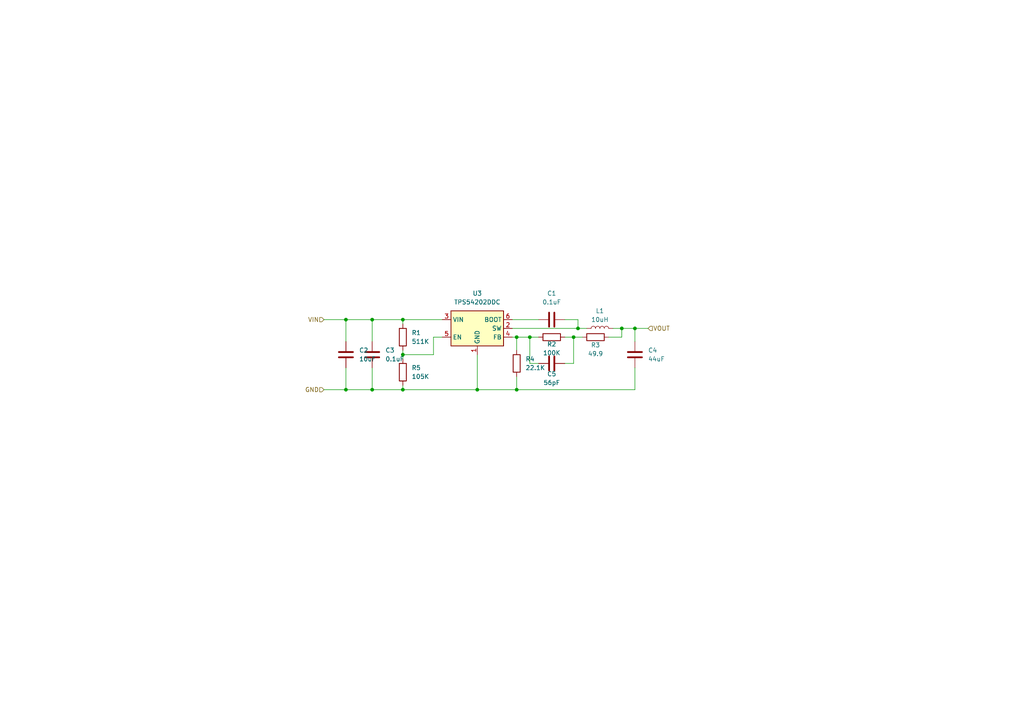
<source format=kicad_sch>
(kicad_sch (version 20231120) (generator "eeschema") (generator_version "8.0")
  (paper "A4")
  (lib_symbols
    (symbol "Device:C" (pin_numbers hide) (pin_names (offset 0.254))
      (property "Reference" "C" (at 0.635 2.54 0))
      (property "Value" "C" (at 0.635 -2.54 0))
      (symbol "C_0_1"
        (polyline (pts (xy -2.032 -0.762) (xy 2.032 -0.762)) (stroke (width 0.508)))
        (polyline (pts (xy -2.032 0.762) (xy 2.032 0.762)) (stroke (width 0.508)))
      )
      (symbol "C_1_1"
        (pin passive line (at 0 3.81 270) (length 2.794) (name "~") (number "1"))
        (pin passive line (at 0 -3.81 90) (length 2.794) (name "~") (number "2"))
      )
    )
    (symbol "Device:L" (pin_numbers hide) (pin_names (offset 1.016) hide)
      (property "Reference" "L" (at -1.27 0 90))
      (property "Value" "L" (at 1.905 0 90))
      (symbol "L_0_1"
        (arc (start 0 -2.54) (mid 0.6323 -1.905) (end 0 -1.27))
        (arc (start 0 -1.27) (mid 0.6323 -0.635) (end 0 0))
        (arc (start 0 0) (mid 0.6323 0.635) (end 0 1.27))
        (arc (start 0 1.27) (mid 0.6323 1.905) (end 0 2.54))
      )
      (symbol "L_1_1"
        (pin passive line (at 0 3.81 270) (length 1.27) (name "1") (number "1"))
        (pin passive line (at 0 -3.81 90) (length 1.27) (name "2") (number "2"))
      )
    )
    (symbol "Device:R" (pin_numbers hide) (pin_names (offset 0))
      (property "Reference" "R" (at 2.032 0 90))
      (property "Value" "R" (at 0 0 90))
      (symbol "R_0_1"
        (rectangle (start -1.016 -2.54) (end 1.016 2.54) (stroke (width 0.254)))
      )
      (symbol "R_1_1"
        (pin passive line (at 0 3.81 270) (length 1.27) (name "~") (number "1"))
        (pin passive line (at 0 -3.81 90) (length 1.27) (name "~") (number "2"))
      )
    )
    (symbol "Regulator_Switching:TPS54202DDC"
      (property "Reference" "U" (at -7.62 6.35 0))
      (property "Value" "TPS54202DDC" (at 0 6.35 0))
      (symbol "TPS54202DDC_0_1"
        (rectangle (start -7.62 5.08) (end 7.62 -5.08) (stroke (width 0.254)) (fill (type background)))
      )
      (symbol "TPS54202DDC_1_1"
        (pin power_in line (at 0 -7.62 90) (length 2.54) (name "GND") (number "1"))
        (pin power_out line (at 10.16 0 180) (length 2.54) (name "SW") (number "2"))
        (pin power_in line (at -10.16 2.54 0) (length 2.54) (name "VIN") (number "3"))
        (pin input line (at 10.16 -2.54 180) (length 2.54) (name "FB") (number "4"))
        (pin input line (at -10.16 -2.54 0) (length 2.54) (name "EN") (number "5"))
        (pin passive line (at 10.16 2.54 180) (length 2.54) (name "BOOT") (number "6"))
      )
    )
  )
  (junction (at 100.33 113.03))
  (junction (at 180.34 95.25))
  (junction (at 166.37 97.79))
  (junction (at 107.95 92.71))
  (junction (at 149.86 113.03))
  (junction (at 153.67 97.79))
  (junction (at 184.15 95.25))
  (junction (at 116.84 92.71))
  (junction (at 116.84 113.03))
  (junction (at 116.84 102.87))
  (junction (at 167.64 95.25))
  (junction (at 149.86 97.79))
  (junction (at 138.43 113.03))
  (junction (at 100.33 92.71))
  (junction (at 107.95 113.03))
  (wire (pts (xy 184.15 95.25) (xy 187.96 95.25)))
  (wire (pts (xy 107.95 106.68) (xy 107.95 113.03)))
  (wire (pts (xy 184.15 95.25) (xy 180.34 95.25)))
  (wire (pts (xy 149.86 109.22) (xy 149.86 113.03)))
  (wire (pts (xy 149.86 113.03) (xy 184.15 113.03)))
  (wire (pts (xy 125.73 97.79) (xy 128.27 97.79)))
  (wire (pts (xy 180.34 97.79) (xy 180.34 95.25)))
  (wire (pts (xy 100.33 92.71) (xy 100.33 99.06)))
  (wire (pts (xy 116.84 111.76) (xy 116.84 113.03)))
  (wire (pts (xy 167.64 95.25) (xy 170.18 95.25)))
  (wire (pts (xy 184.15 99.06) (xy 184.15 95.25)))
  (wire (pts (xy 180.34 95.25) (xy 177.8 95.25)))
  (wire (pts (xy 138.43 102.87) (xy 138.43 113.03)))
  (wire (pts (xy 116.84 92.71) (xy 116.84 93.98)))
  (wire (pts (xy 107.95 92.71) (xy 116.84 92.71)))
  (wire (pts (xy 176.53 97.79) (xy 180.34 97.79)))
  (wire (pts (xy 116.84 92.71) (xy 128.27 92.71)))
  (wire (pts (xy 149.86 113.03) (xy 138.43 113.03)))
  (wire (pts (xy 125.73 102.87) (xy 116.84 102.87)))
  (wire (pts (xy 149.86 97.79) (xy 149.86 101.6)))
  (wire (pts (xy 166.37 105.41) (xy 166.37 97.79)))
  (wire (pts (xy 116.84 113.03) (xy 138.43 113.03)))
  (wire (pts (xy 167.64 92.71) (xy 167.64 95.25)))
  (wire (pts (xy 100.33 106.68) (xy 100.33 113.03)))
  (wire (pts (xy 100.33 92.71) (xy 107.95 92.71)))
  (wire (pts (xy 107.95 92.71) (xy 107.95 99.06)))
  (wire (pts (xy 153.67 97.79) (xy 156.21 97.79)))
  (wire (pts (xy 163.83 97.79) (xy 166.37 97.79)))
  (wire (pts (xy 166.37 97.79) (xy 168.91 97.79)))
  (wire (pts (xy 184.15 106.68) (xy 184.15 113.03)))
  (wire (pts (xy 93.98 113.03) (xy 100.33 113.03)))
  (wire (pts (xy 163.83 105.41) (xy 166.37 105.41)))
  (wire (pts (xy 153.67 105.41) (xy 153.67 97.79)))
  (wire (pts (xy 107.95 113.03) (xy 116.84 113.03)))
  (wire (pts (xy 149.86 97.79) (xy 153.67 97.79)))
  (wire (pts (xy 100.33 113.03) (xy 107.95 113.03)))
  (wire (pts (xy 148.59 95.25) (xy 167.64 95.25)))
  (wire (pts (xy 93.98 92.71) (xy 100.33 92.71)))
  (wire (pts (xy 116.84 101.6) (xy 116.84 102.87)))
  (wire (pts (xy 148.59 92.71) (xy 156.21 92.71)))
  (wire (pts (xy 156.21 105.41) (xy 153.67 105.41)))
  (wire (pts (xy 163.83 92.71) (xy 167.64 92.71)))
  (wire (pts (xy 116.84 102.87) (xy 116.84 104.14)))
  (wire (pts (xy 125.73 97.79) (xy 125.73 102.87)))
  (wire (pts (xy 148.59 97.79) (xy 149.86 97.79)))
  (hierarchical_label "VOUT" (shape input) (at 187.96 95.25 0))
  (hierarchical_label "VIN" (shape input) (at 93.98 92.71 180))
  (hierarchical_label "GND" (shape input) (at 93.98 113.03 180))
  (symbol (lib_id "Device:L") (at 173.99 95.25 90) (unit 1)
    (property "Reference" "L1" (at 173.99 90.17 90))
    (property "Value" "10uH" (at 173.99 92.71 90))
    (property "Description" "Inductor" (effects (hide yes)))
  )
  (symbol (lib_id "Device:C") (at 184.15 102.87 0) (unit 1)
    (property "Reference" "C4" (at 187.96 101.5999 0) (effects (justify left)))
    (property "Value" "44uF" (at 187.96 104.1399 0) (effects (justify left)))
    (property "Description" "Unpolarized capacitor" (effects (hide yes)))
    (instances (project "PD24_ctrl" (path "" (reference "C4") (unit 1))) (project "PD24_ctrl" (path "" (reference "C14") (unit 1))))
  )
  (symbol (lib_id "Regulator_Switching:TPS54202DDC") (at 138.43 95.25 0) (unit 1)
    (property "Reference" "U3" (at 138.43 85.09 0))
    (property "Value" "TPS54202DDC" (at 138.43 87.63 0))
    (property "Footprint" "Package_TO_SOT_SMD:SOT-23-6" (effects (hide yes)))
    (property "Datasheet" "http://www.ti.com/lit/ds/symlink/tps54202.pdf" (effects (hide yes)))
    (property "Description" "2A, 4.5 to 28V Input, EMI Friendly integrated switch synchronous step-down regulator, pulse-skipping, SOT-23-6" (effects (hide yes)))
    (instances (project "PD24_ctrl" (path "" (reference "U3") (unit 1))) (project "PD24_ctrl" (path "" (reference "U8") (unit 1))))
  )
  (symbol (lib_id "Device:R") (at 149.86 105.41 180) (unit 1)
    (property "Reference" "R4" (at 152.4 104.1399 0) (effects (justify right)))
    (property "Value" "22.1K" (at 152.4 106.6799 0) (effects (justify right)))
    (property "Description" "Resistor" (effects (hide yes)))
    (instances (project "PD24_ctrl" (path "" (reference "R4") (unit 1))) (project "PD24_ctrl" (path "" (reference "R10") (unit 1))))
  )
  (symbol (lib_id "Device:C") (at 160.02 92.71 90) (unit 1)
    (property "Reference" "C1" (at 160.02 85.09 90))
    (property "Value" "0.1uF" (at 160.02 87.63 90))
    (property "Description" "Unpolarized capacitor" (effects (hide yes)))
    (instances (project "PD24_ctrl" (path "" (reference "C1") (unit 1))) (project "PD24_ctrl" (path "" (reference "C11") (unit 1))))
  )
  (symbol (lib_id "Device:C") (at 100.33 102.87 0) (unit 1)
    (property "Reference" "C2" (at 104.14 101.5999 0) (effects (justify left)))
    (property "Value" "10uF" (at 104.14 104.1399 0) (effects (justify left)))
    (property "Description" "Unpolarized capacitor" (effects (hide yes)))
    (instances (project "PD24_ctrl" (path "" (reference "C2") (unit 1))) (project "PD24_ctrl" (path "" (reference "C12") (unit 1))))
  )
  (symbol (lib_id "Device:R") (at 172.72 97.79 90) (unit 1)
    (property "Reference" "R3" (at 172.72 100.076 90))
    (property "Value" "49.9" (at 172.72 102.616 90))
    (property "Description" "Resistor" (effects (hide yes)))
    (instances (project "PD24_ctrl" (path "" (reference "R3") (unit 1))) (project "PD24_ctrl" (path "" (reference "R9") (unit 1))))
  )
  (symbol (lib_id "Device:R") (at 116.84 97.79 0) (unit 1)
    (property "Reference" "R1" (at 119.38 96.5199 0) (effects (justify left)))
    (property "Value" "511K" (at 119.38 99.0599 0) (effects (justify left)))
    (property "Description" "Resistor" (effects (hide yes)))
    (instances (project "PD24_ctrl" (path "" (reference "R1") (unit 1))) (project "PD24_ctrl" (path "" (reference "R7") (unit 1))))
  )
  (symbol (lib_id "Device:R") (at 116.84 107.95 0) (unit 1)
    (property "Reference" "R5" (at 119.38 106.6799 0) (effects (justify left)))
    (property "Value" "105K" (at 119.38 109.2199 0) (effects (justify left)))
    (property "Description" "Resistor" (effects (hide yes)))
    (instances (project "PD24_ctrl" (path "" (reference "R5") (unit 1))) (project "PD24_ctrl" (path "" (reference "R11") (unit 1))))
  )
  (symbol (lib_id "Device:C") (at 160.02 105.41 90) (unit 1)
    (property "Reference" "C5" (at 160.02 108.458 90))
    (property "Value" "56pF" (at 160.02 110.998 90))
    (property "Description" "Unpolarized capacitor" (effects (hide yes)))
    (instances (project "PD24_ctrl" (path "" (reference "C5") (unit 1))) (project "PD24_ctrl" (path "" (reference "C15") (unit 1))))
  )
  (symbol (lib_id "Device:C") (at 107.95 102.87 0) (unit 1)
    (property "Reference" "C3" (at 111.76 101.5999 0) (effects (justify left)))
    (property "Value" "0.1uF" (at 111.76 104.1399 0) (effects (justify left)))
    (property "Description" "Unpolarized capacitor" (effects (hide yes)))
    (instances (project "PD24_ctrl" (path "" (reference "C3") (unit 1))) (project "PD24_ctrl" (path "" (reference "C13") (unit 1))))
  )
  (symbol (lib_id "Device:R") (at 160.02 97.79 90) (unit 1)
    (property "Reference" "R2" (at 160.02 99.822 90))
    (property "Value" "100K" (at 160.02 102.362 90))
    (property "Description" "Resistor" (effects (hide yes)))
    (instances (project "PD24_ctrl" (path "" (reference "R2") (unit 1))) (project "PD24_ctrl" (path "" (reference "R8") (unit 1))))
  )
)
</source>
